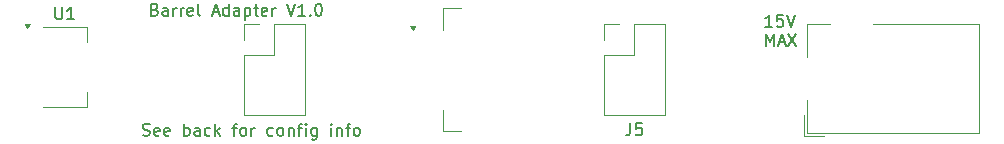
<source format=gbr>
%TF.GenerationSoftware,KiCad,Pcbnew,8.0.4*%
%TF.CreationDate,2024-11-15T14:19:49-05:00*%
%TF.ProjectId,BarrelJackAdapter,42617272-656c-44a6-9163-6b4164617074,rev?*%
%TF.SameCoordinates,Original*%
%TF.FileFunction,Legend,Top*%
%TF.FilePolarity,Positive*%
%FSLAX46Y46*%
G04 Gerber Fmt 4.6, Leading zero omitted, Abs format (unit mm)*
G04 Created by KiCad (PCBNEW 8.0.4) date 2024-11-15 14:19:49*
%MOMM*%
%LPD*%
G01*
G04 APERTURE LIST*
%ADD10C,0.150000*%
%ADD11C,0.120000*%
G04 APERTURE END LIST*
D10*
X114589160Y-76657200D02*
X114732017Y-76704819D01*
X114732017Y-76704819D02*
X114970112Y-76704819D01*
X114970112Y-76704819D02*
X115065350Y-76657200D01*
X115065350Y-76657200D02*
X115112969Y-76609580D01*
X115112969Y-76609580D02*
X115160588Y-76514342D01*
X115160588Y-76514342D02*
X115160588Y-76419104D01*
X115160588Y-76419104D02*
X115112969Y-76323866D01*
X115112969Y-76323866D02*
X115065350Y-76276247D01*
X115065350Y-76276247D02*
X114970112Y-76228628D01*
X114970112Y-76228628D02*
X114779636Y-76181009D01*
X114779636Y-76181009D02*
X114684398Y-76133390D01*
X114684398Y-76133390D02*
X114636779Y-76085771D01*
X114636779Y-76085771D02*
X114589160Y-75990533D01*
X114589160Y-75990533D02*
X114589160Y-75895295D01*
X114589160Y-75895295D02*
X114636779Y-75800057D01*
X114636779Y-75800057D02*
X114684398Y-75752438D01*
X114684398Y-75752438D02*
X114779636Y-75704819D01*
X114779636Y-75704819D02*
X115017731Y-75704819D01*
X115017731Y-75704819D02*
X115160588Y-75752438D01*
X115970112Y-76657200D02*
X115874874Y-76704819D01*
X115874874Y-76704819D02*
X115684398Y-76704819D01*
X115684398Y-76704819D02*
X115589160Y-76657200D01*
X115589160Y-76657200D02*
X115541541Y-76561961D01*
X115541541Y-76561961D02*
X115541541Y-76181009D01*
X115541541Y-76181009D02*
X115589160Y-76085771D01*
X115589160Y-76085771D02*
X115684398Y-76038152D01*
X115684398Y-76038152D02*
X115874874Y-76038152D01*
X115874874Y-76038152D02*
X115970112Y-76085771D01*
X115970112Y-76085771D02*
X116017731Y-76181009D01*
X116017731Y-76181009D02*
X116017731Y-76276247D01*
X116017731Y-76276247D02*
X115541541Y-76371485D01*
X116827255Y-76657200D02*
X116732017Y-76704819D01*
X116732017Y-76704819D02*
X116541541Y-76704819D01*
X116541541Y-76704819D02*
X116446303Y-76657200D01*
X116446303Y-76657200D02*
X116398684Y-76561961D01*
X116398684Y-76561961D02*
X116398684Y-76181009D01*
X116398684Y-76181009D02*
X116446303Y-76085771D01*
X116446303Y-76085771D02*
X116541541Y-76038152D01*
X116541541Y-76038152D02*
X116732017Y-76038152D01*
X116732017Y-76038152D02*
X116827255Y-76085771D01*
X116827255Y-76085771D02*
X116874874Y-76181009D01*
X116874874Y-76181009D02*
X116874874Y-76276247D01*
X116874874Y-76276247D02*
X116398684Y-76371485D01*
X118065351Y-76704819D02*
X118065351Y-75704819D01*
X118065351Y-76085771D02*
X118160589Y-76038152D01*
X118160589Y-76038152D02*
X118351065Y-76038152D01*
X118351065Y-76038152D02*
X118446303Y-76085771D01*
X118446303Y-76085771D02*
X118493922Y-76133390D01*
X118493922Y-76133390D02*
X118541541Y-76228628D01*
X118541541Y-76228628D02*
X118541541Y-76514342D01*
X118541541Y-76514342D02*
X118493922Y-76609580D01*
X118493922Y-76609580D02*
X118446303Y-76657200D01*
X118446303Y-76657200D02*
X118351065Y-76704819D01*
X118351065Y-76704819D02*
X118160589Y-76704819D01*
X118160589Y-76704819D02*
X118065351Y-76657200D01*
X119398684Y-76704819D02*
X119398684Y-76181009D01*
X119398684Y-76181009D02*
X119351065Y-76085771D01*
X119351065Y-76085771D02*
X119255827Y-76038152D01*
X119255827Y-76038152D02*
X119065351Y-76038152D01*
X119065351Y-76038152D02*
X118970113Y-76085771D01*
X119398684Y-76657200D02*
X119303446Y-76704819D01*
X119303446Y-76704819D02*
X119065351Y-76704819D01*
X119065351Y-76704819D02*
X118970113Y-76657200D01*
X118970113Y-76657200D02*
X118922494Y-76561961D01*
X118922494Y-76561961D02*
X118922494Y-76466723D01*
X118922494Y-76466723D02*
X118970113Y-76371485D01*
X118970113Y-76371485D02*
X119065351Y-76323866D01*
X119065351Y-76323866D02*
X119303446Y-76323866D01*
X119303446Y-76323866D02*
X119398684Y-76276247D01*
X120303446Y-76657200D02*
X120208208Y-76704819D01*
X120208208Y-76704819D02*
X120017732Y-76704819D01*
X120017732Y-76704819D02*
X119922494Y-76657200D01*
X119922494Y-76657200D02*
X119874875Y-76609580D01*
X119874875Y-76609580D02*
X119827256Y-76514342D01*
X119827256Y-76514342D02*
X119827256Y-76228628D01*
X119827256Y-76228628D02*
X119874875Y-76133390D01*
X119874875Y-76133390D02*
X119922494Y-76085771D01*
X119922494Y-76085771D02*
X120017732Y-76038152D01*
X120017732Y-76038152D02*
X120208208Y-76038152D01*
X120208208Y-76038152D02*
X120303446Y-76085771D01*
X120732018Y-76704819D02*
X120732018Y-75704819D01*
X120827256Y-76323866D02*
X121112970Y-76704819D01*
X121112970Y-76038152D02*
X120732018Y-76419104D01*
X122160590Y-76038152D02*
X122541542Y-76038152D01*
X122303447Y-76704819D02*
X122303447Y-75847676D01*
X122303447Y-75847676D02*
X122351066Y-75752438D01*
X122351066Y-75752438D02*
X122446304Y-75704819D01*
X122446304Y-75704819D02*
X122541542Y-75704819D01*
X123017733Y-76704819D02*
X122922495Y-76657200D01*
X122922495Y-76657200D02*
X122874876Y-76609580D01*
X122874876Y-76609580D02*
X122827257Y-76514342D01*
X122827257Y-76514342D02*
X122827257Y-76228628D01*
X122827257Y-76228628D02*
X122874876Y-76133390D01*
X122874876Y-76133390D02*
X122922495Y-76085771D01*
X122922495Y-76085771D02*
X123017733Y-76038152D01*
X123017733Y-76038152D02*
X123160590Y-76038152D01*
X123160590Y-76038152D02*
X123255828Y-76085771D01*
X123255828Y-76085771D02*
X123303447Y-76133390D01*
X123303447Y-76133390D02*
X123351066Y-76228628D01*
X123351066Y-76228628D02*
X123351066Y-76514342D01*
X123351066Y-76514342D02*
X123303447Y-76609580D01*
X123303447Y-76609580D02*
X123255828Y-76657200D01*
X123255828Y-76657200D02*
X123160590Y-76704819D01*
X123160590Y-76704819D02*
X123017733Y-76704819D01*
X123779638Y-76704819D02*
X123779638Y-76038152D01*
X123779638Y-76228628D02*
X123827257Y-76133390D01*
X123827257Y-76133390D02*
X123874876Y-76085771D01*
X123874876Y-76085771D02*
X123970114Y-76038152D01*
X123970114Y-76038152D02*
X124065352Y-76038152D01*
X125589162Y-76657200D02*
X125493924Y-76704819D01*
X125493924Y-76704819D02*
X125303448Y-76704819D01*
X125303448Y-76704819D02*
X125208210Y-76657200D01*
X125208210Y-76657200D02*
X125160591Y-76609580D01*
X125160591Y-76609580D02*
X125112972Y-76514342D01*
X125112972Y-76514342D02*
X125112972Y-76228628D01*
X125112972Y-76228628D02*
X125160591Y-76133390D01*
X125160591Y-76133390D02*
X125208210Y-76085771D01*
X125208210Y-76085771D02*
X125303448Y-76038152D01*
X125303448Y-76038152D02*
X125493924Y-76038152D01*
X125493924Y-76038152D02*
X125589162Y-76085771D01*
X126160591Y-76704819D02*
X126065353Y-76657200D01*
X126065353Y-76657200D02*
X126017734Y-76609580D01*
X126017734Y-76609580D02*
X125970115Y-76514342D01*
X125970115Y-76514342D02*
X125970115Y-76228628D01*
X125970115Y-76228628D02*
X126017734Y-76133390D01*
X126017734Y-76133390D02*
X126065353Y-76085771D01*
X126065353Y-76085771D02*
X126160591Y-76038152D01*
X126160591Y-76038152D02*
X126303448Y-76038152D01*
X126303448Y-76038152D02*
X126398686Y-76085771D01*
X126398686Y-76085771D02*
X126446305Y-76133390D01*
X126446305Y-76133390D02*
X126493924Y-76228628D01*
X126493924Y-76228628D02*
X126493924Y-76514342D01*
X126493924Y-76514342D02*
X126446305Y-76609580D01*
X126446305Y-76609580D02*
X126398686Y-76657200D01*
X126398686Y-76657200D02*
X126303448Y-76704819D01*
X126303448Y-76704819D02*
X126160591Y-76704819D01*
X126922496Y-76038152D02*
X126922496Y-76704819D01*
X126922496Y-76133390D02*
X126970115Y-76085771D01*
X126970115Y-76085771D02*
X127065353Y-76038152D01*
X127065353Y-76038152D02*
X127208210Y-76038152D01*
X127208210Y-76038152D02*
X127303448Y-76085771D01*
X127303448Y-76085771D02*
X127351067Y-76181009D01*
X127351067Y-76181009D02*
X127351067Y-76704819D01*
X127684401Y-76038152D02*
X128065353Y-76038152D01*
X127827258Y-76704819D02*
X127827258Y-75847676D01*
X127827258Y-75847676D02*
X127874877Y-75752438D01*
X127874877Y-75752438D02*
X127970115Y-75704819D01*
X127970115Y-75704819D02*
X128065353Y-75704819D01*
X128398687Y-76704819D02*
X128398687Y-76038152D01*
X128398687Y-75704819D02*
X128351068Y-75752438D01*
X128351068Y-75752438D02*
X128398687Y-75800057D01*
X128398687Y-75800057D02*
X128446306Y-75752438D01*
X128446306Y-75752438D02*
X128398687Y-75704819D01*
X128398687Y-75704819D02*
X128398687Y-75800057D01*
X129303448Y-76038152D02*
X129303448Y-76847676D01*
X129303448Y-76847676D02*
X129255829Y-76942914D01*
X129255829Y-76942914D02*
X129208210Y-76990533D01*
X129208210Y-76990533D02*
X129112972Y-77038152D01*
X129112972Y-77038152D02*
X128970115Y-77038152D01*
X128970115Y-77038152D02*
X128874877Y-76990533D01*
X129303448Y-76657200D02*
X129208210Y-76704819D01*
X129208210Y-76704819D02*
X129017734Y-76704819D01*
X129017734Y-76704819D02*
X128922496Y-76657200D01*
X128922496Y-76657200D02*
X128874877Y-76609580D01*
X128874877Y-76609580D02*
X128827258Y-76514342D01*
X128827258Y-76514342D02*
X128827258Y-76228628D01*
X128827258Y-76228628D02*
X128874877Y-76133390D01*
X128874877Y-76133390D02*
X128922496Y-76085771D01*
X128922496Y-76085771D02*
X129017734Y-76038152D01*
X129017734Y-76038152D02*
X129208210Y-76038152D01*
X129208210Y-76038152D02*
X129303448Y-76085771D01*
X130541544Y-76704819D02*
X130541544Y-76038152D01*
X130541544Y-75704819D02*
X130493925Y-75752438D01*
X130493925Y-75752438D02*
X130541544Y-75800057D01*
X130541544Y-75800057D02*
X130589163Y-75752438D01*
X130589163Y-75752438D02*
X130541544Y-75704819D01*
X130541544Y-75704819D02*
X130541544Y-75800057D01*
X131017734Y-76038152D02*
X131017734Y-76704819D01*
X131017734Y-76133390D02*
X131065353Y-76085771D01*
X131065353Y-76085771D02*
X131160591Y-76038152D01*
X131160591Y-76038152D02*
X131303448Y-76038152D01*
X131303448Y-76038152D02*
X131398686Y-76085771D01*
X131398686Y-76085771D02*
X131446305Y-76181009D01*
X131446305Y-76181009D02*
X131446305Y-76704819D01*
X131779639Y-76038152D02*
X132160591Y-76038152D01*
X131922496Y-76704819D02*
X131922496Y-75847676D01*
X131922496Y-75847676D02*
X131970115Y-75752438D01*
X131970115Y-75752438D02*
X132065353Y-75704819D01*
X132065353Y-75704819D02*
X132160591Y-75704819D01*
X132636782Y-76704819D02*
X132541544Y-76657200D01*
X132541544Y-76657200D02*
X132493925Y-76609580D01*
X132493925Y-76609580D02*
X132446306Y-76514342D01*
X132446306Y-76514342D02*
X132446306Y-76228628D01*
X132446306Y-76228628D02*
X132493925Y-76133390D01*
X132493925Y-76133390D02*
X132541544Y-76085771D01*
X132541544Y-76085771D02*
X132636782Y-76038152D01*
X132636782Y-76038152D02*
X132779639Y-76038152D01*
X132779639Y-76038152D02*
X132874877Y-76085771D01*
X132874877Y-76085771D02*
X132922496Y-76133390D01*
X132922496Y-76133390D02*
X132970115Y-76228628D01*
X132970115Y-76228628D02*
X132970115Y-76514342D01*
X132970115Y-76514342D02*
X132922496Y-76609580D01*
X132922496Y-76609580D02*
X132874877Y-76657200D01*
X132874877Y-76657200D02*
X132779639Y-76704819D01*
X132779639Y-76704819D02*
X132636782Y-76704819D01*
X167865588Y-67474875D02*
X167294160Y-67474875D01*
X167579874Y-67474875D02*
X167579874Y-66474875D01*
X167579874Y-66474875D02*
X167484636Y-66617732D01*
X167484636Y-66617732D02*
X167389398Y-66712970D01*
X167389398Y-66712970D02*
X167294160Y-66760589D01*
X168770350Y-66474875D02*
X168294160Y-66474875D01*
X168294160Y-66474875D02*
X168246541Y-66951065D01*
X168246541Y-66951065D02*
X168294160Y-66903446D01*
X168294160Y-66903446D02*
X168389398Y-66855827D01*
X168389398Y-66855827D02*
X168627493Y-66855827D01*
X168627493Y-66855827D02*
X168722731Y-66903446D01*
X168722731Y-66903446D02*
X168770350Y-66951065D01*
X168770350Y-66951065D02*
X168817969Y-67046303D01*
X168817969Y-67046303D02*
X168817969Y-67284398D01*
X168817969Y-67284398D02*
X168770350Y-67379636D01*
X168770350Y-67379636D02*
X168722731Y-67427256D01*
X168722731Y-67427256D02*
X168627493Y-67474875D01*
X168627493Y-67474875D02*
X168389398Y-67474875D01*
X168389398Y-67474875D02*
X168294160Y-67427256D01*
X168294160Y-67427256D02*
X168246541Y-67379636D01*
X169103684Y-66474875D02*
X169437017Y-67474875D01*
X169437017Y-67474875D02*
X169770350Y-66474875D01*
X167341779Y-69084819D02*
X167341779Y-68084819D01*
X167341779Y-68084819D02*
X167675112Y-68799104D01*
X167675112Y-68799104D02*
X168008445Y-68084819D01*
X168008445Y-68084819D02*
X168008445Y-69084819D01*
X168437017Y-68799104D02*
X168913207Y-68799104D01*
X168341779Y-69084819D02*
X168675112Y-68084819D01*
X168675112Y-68084819D02*
X169008445Y-69084819D01*
X169246541Y-68084819D02*
X169913207Y-69084819D01*
X169913207Y-68084819D02*
X169246541Y-69084819D01*
X115605112Y-66021009D02*
X115747969Y-66068628D01*
X115747969Y-66068628D02*
X115795588Y-66116247D01*
X115795588Y-66116247D02*
X115843207Y-66211485D01*
X115843207Y-66211485D02*
X115843207Y-66354342D01*
X115843207Y-66354342D02*
X115795588Y-66449580D01*
X115795588Y-66449580D02*
X115747969Y-66497200D01*
X115747969Y-66497200D02*
X115652731Y-66544819D01*
X115652731Y-66544819D02*
X115271779Y-66544819D01*
X115271779Y-66544819D02*
X115271779Y-65544819D01*
X115271779Y-65544819D02*
X115605112Y-65544819D01*
X115605112Y-65544819D02*
X115700350Y-65592438D01*
X115700350Y-65592438D02*
X115747969Y-65640057D01*
X115747969Y-65640057D02*
X115795588Y-65735295D01*
X115795588Y-65735295D02*
X115795588Y-65830533D01*
X115795588Y-65830533D02*
X115747969Y-65925771D01*
X115747969Y-65925771D02*
X115700350Y-65973390D01*
X115700350Y-65973390D02*
X115605112Y-66021009D01*
X115605112Y-66021009D02*
X115271779Y-66021009D01*
X116700350Y-66544819D02*
X116700350Y-66021009D01*
X116700350Y-66021009D02*
X116652731Y-65925771D01*
X116652731Y-65925771D02*
X116557493Y-65878152D01*
X116557493Y-65878152D02*
X116367017Y-65878152D01*
X116367017Y-65878152D02*
X116271779Y-65925771D01*
X116700350Y-66497200D02*
X116605112Y-66544819D01*
X116605112Y-66544819D02*
X116367017Y-66544819D01*
X116367017Y-66544819D02*
X116271779Y-66497200D01*
X116271779Y-66497200D02*
X116224160Y-66401961D01*
X116224160Y-66401961D02*
X116224160Y-66306723D01*
X116224160Y-66306723D02*
X116271779Y-66211485D01*
X116271779Y-66211485D02*
X116367017Y-66163866D01*
X116367017Y-66163866D02*
X116605112Y-66163866D01*
X116605112Y-66163866D02*
X116700350Y-66116247D01*
X117176541Y-66544819D02*
X117176541Y-65878152D01*
X117176541Y-66068628D02*
X117224160Y-65973390D01*
X117224160Y-65973390D02*
X117271779Y-65925771D01*
X117271779Y-65925771D02*
X117367017Y-65878152D01*
X117367017Y-65878152D02*
X117462255Y-65878152D01*
X117795589Y-66544819D02*
X117795589Y-65878152D01*
X117795589Y-66068628D02*
X117843208Y-65973390D01*
X117843208Y-65973390D02*
X117890827Y-65925771D01*
X117890827Y-65925771D02*
X117986065Y-65878152D01*
X117986065Y-65878152D02*
X118081303Y-65878152D01*
X118795589Y-66497200D02*
X118700351Y-66544819D01*
X118700351Y-66544819D02*
X118509875Y-66544819D01*
X118509875Y-66544819D02*
X118414637Y-66497200D01*
X118414637Y-66497200D02*
X118367018Y-66401961D01*
X118367018Y-66401961D02*
X118367018Y-66021009D01*
X118367018Y-66021009D02*
X118414637Y-65925771D01*
X118414637Y-65925771D02*
X118509875Y-65878152D01*
X118509875Y-65878152D02*
X118700351Y-65878152D01*
X118700351Y-65878152D02*
X118795589Y-65925771D01*
X118795589Y-65925771D02*
X118843208Y-66021009D01*
X118843208Y-66021009D02*
X118843208Y-66116247D01*
X118843208Y-66116247D02*
X118367018Y-66211485D01*
X119414637Y-66544819D02*
X119319399Y-66497200D01*
X119319399Y-66497200D02*
X119271780Y-66401961D01*
X119271780Y-66401961D02*
X119271780Y-65544819D01*
X120509876Y-66259104D02*
X120986066Y-66259104D01*
X120414638Y-66544819D02*
X120747971Y-65544819D01*
X120747971Y-65544819D02*
X121081304Y-66544819D01*
X121843209Y-66544819D02*
X121843209Y-65544819D01*
X121843209Y-66497200D02*
X121747971Y-66544819D01*
X121747971Y-66544819D02*
X121557495Y-66544819D01*
X121557495Y-66544819D02*
X121462257Y-66497200D01*
X121462257Y-66497200D02*
X121414638Y-66449580D01*
X121414638Y-66449580D02*
X121367019Y-66354342D01*
X121367019Y-66354342D02*
X121367019Y-66068628D01*
X121367019Y-66068628D02*
X121414638Y-65973390D01*
X121414638Y-65973390D02*
X121462257Y-65925771D01*
X121462257Y-65925771D02*
X121557495Y-65878152D01*
X121557495Y-65878152D02*
X121747971Y-65878152D01*
X121747971Y-65878152D02*
X121843209Y-65925771D01*
X122747971Y-66544819D02*
X122747971Y-66021009D01*
X122747971Y-66021009D02*
X122700352Y-65925771D01*
X122700352Y-65925771D02*
X122605114Y-65878152D01*
X122605114Y-65878152D02*
X122414638Y-65878152D01*
X122414638Y-65878152D02*
X122319400Y-65925771D01*
X122747971Y-66497200D02*
X122652733Y-66544819D01*
X122652733Y-66544819D02*
X122414638Y-66544819D01*
X122414638Y-66544819D02*
X122319400Y-66497200D01*
X122319400Y-66497200D02*
X122271781Y-66401961D01*
X122271781Y-66401961D02*
X122271781Y-66306723D01*
X122271781Y-66306723D02*
X122319400Y-66211485D01*
X122319400Y-66211485D02*
X122414638Y-66163866D01*
X122414638Y-66163866D02*
X122652733Y-66163866D01*
X122652733Y-66163866D02*
X122747971Y-66116247D01*
X123224162Y-65878152D02*
X123224162Y-66878152D01*
X123224162Y-65925771D02*
X123319400Y-65878152D01*
X123319400Y-65878152D02*
X123509876Y-65878152D01*
X123509876Y-65878152D02*
X123605114Y-65925771D01*
X123605114Y-65925771D02*
X123652733Y-65973390D01*
X123652733Y-65973390D02*
X123700352Y-66068628D01*
X123700352Y-66068628D02*
X123700352Y-66354342D01*
X123700352Y-66354342D02*
X123652733Y-66449580D01*
X123652733Y-66449580D02*
X123605114Y-66497200D01*
X123605114Y-66497200D02*
X123509876Y-66544819D01*
X123509876Y-66544819D02*
X123319400Y-66544819D01*
X123319400Y-66544819D02*
X123224162Y-66497200D01*
X123986067Y-65878152D02*
X124367019Y-65878152D01*
X124128924Y-65544819D02*
X124128924Y-66401961D01*
X124128924Y-66401961D02*
X124176543Y-66497200D01*
X124176543Y-66497200D02*
X124271781Y-66544819D01*
X124271781Y-66544819D02*
X124367019Y-66544819D01*
X125081305Y-66497200D02*
X124986067Y-66544819D01*
X124986067Y-66544819D02*
X124795591Y-66544819D01*
X124795591Y-66544819D02*
X124700353Y-66497200D01*
X124700353Y-66497200D02*
X124652734Y-66401961D01*
X124652734Y-66401961D02*
X124652734Y-66021009D01*
X124652734Y-66021009D02*
X124700353Y-65925771D01*
X124700353Y-65925771D02*
X124795591Y-65878152D01*
X124795591Y-65878152D02*
X124986067Y-65878152D01*
X124986067Y-65878152D02*
X125081305Y-65925771D01*
X125081305Y-65925771D02*
X125128924Y-66021009D01*
X125128924Y-66021009D02*
X125128924Y-66116247D01*
X125128924Y-66116247D02*
X124652734Y-66211485D01*
X125557496Y-66544819D02*
X125557496Y-65878152D01*
X125557496Y-66068628D02*
X125605115Y-65973390D01*
X125605115Y-65973390D02*
X125652734Y-65925771D01*
X125652734Y-65925771D02*
X125747972Y-65878152D01*
X125747972Y-65878152D02*
X125843210Y-65878152D01*
X126795592Y-65544819D02*
X127128925Y-66544819D01*
X127128925Y-66544819D02*
X127462258Y-65544819D01*
X128319401Y-66544819D02*
X127747973Y-66544819D01*
X128033687Y-66544819D02*
X128033687Y-65544819D01*
X128033687Y-65544819D02*
X127938449Y-65687676D01*
X127938449Y-65687676D02*
X127843211Y-65782914D01*
X127843211Y-65782914D02*
X127747973Y-65830533D01*
X128747973Y-66449580D02*
X128795592Y-66497200D01*
X128795592Y-66497200D02*
X128747973Y-66544819D01*
X128747973Y-66544819D02*
X128700354Y-66497200D01*
X128700354Y-66497200D02*
X128747973Y-66449580D01*
X128747973Y-66449580D02*
X128747973Y-66544819D01*
X129414639Y-65544819D02*
X129509877Y-65544819D01*
X129509877Y-65544819D02*
X129605115Y-65592438D01*
X129605115Y-65592438D02*
X129652734Y-65640057D01*
X129652734Y-65640057D02*
X129700353Y-65735295D01*
X129700353Y-65735295D02*
X129747972Y-65925771D01*
X129747972Y-65925771D02*
X129747972Y-66163866D01*
X129747972Y-66163866D02*
X129700353Y-66354342D01*
X129700353Y-66354342D02*
X129652734Y-66449580D01*
X129652734Y-66449580D02*
X129605115Y-66497200D01*
X129605115Y-66497200D02*
X129509877Y-66544819D01*
X129509877Y-66544819D02*
X129414639Y-66544819D01*
X129414639Y-66544819D02*
X129319401Y-66497200D01*
X129319401Y-66497200D02*
X129271782Y-66449580D01*
X129271782Y-66449580D02*
X129224163Y-66354342D01*
X129224163Y-66354342D02*
X129176544Y-66163866D01*
X129176544Y-66163866D02*
X129176544Y-65925771D01*
X129176544Y-65925771D02*
X129224163Y-65735295D01*
X129224163Y-65735295D02*
X129271782Y-65640057D01*
X129271782Y-65640057D02*
X129319401Y-65592438D01*
X129319401Y-65592438D02*
X129414639Y-65544819D01*
X155876666Y-75654819D02*
X155876666Y-76369104D01*
X155876666Y-76369104D02*
X155829047Y-76511961D01*
X155829047Y-76511961D02*
X155733809Y-76607200D01*
X155733809Y-76607200D02*
X155590952Y-76654819D01*
X155590952Y-76654819D02*
X155495714Y-76654819D01*
X156829047Y-75654819D02*
X156352857Y-75654819D01*
X156352857Y-75654819D02*
X156305238Y-76131009D01*
X156305238Y-76131009D02*
X156352857Y-76083390D01*
X156352857Y-76083390D02*
X156448095Y-76035771D01*
X156448095Y-76035771D02*
X156686190Y-76035771D01*
X156686190Y-76035771D02*
X156781428Y-76083390D01*
X156781428Y-76083390D02*
X156829047Y-76131009D01*
X156829047Y-76131009D02*
X156876666Y-76226247D01*
X156876666Y-76226247D02*
X156876666Y-76464342D01*
X156876666Y-76464342D02*
X156829047Y-76559580D01*
X156829047Y-76559580D02*
X156781428Y-76607200D01*
X156781428Y-76607200D02*
X156686190Y-76654819D01*
X156686190Y-76654819D02*
X156448095Y-76654819D01*
X156448095Y-76654819D02*
X156352857Y-76607200D01*
X156352857Y-76607200D02*
X156305238Y-76559580D01*
X107188095Y-65834819D02*
X107188095Y-66644342D01*
X107188095Y-66644342D02*
X107235714Y-66739580D01*
X107235714Y-66739580D02*
X107283333Y-66787200D01*
X107283333Y-66787200D02*
X107378571Y-66834819D01*
X107378571Y-66834819D02*
X107569047Y-66834819D01*
X107569047Y-66834819D02*
X107664285Y-66787200D01*
X107664285Y-66787200D02*
X107711904Y-66739580D01*
X107711904Y-66739580D02*
X107759523Y-66644342D01*
X107759523Y-66644342D02*
X107759523Y-65834819D01*
X108759523Y-66834819D02*
X108188095Y-66834819D01*
X108473809Y-66834819D02*
X108473809Y-65834819D01*
X108473809Y-65834819D02*
X108378571Y-65977676D01*
X108378571Y-65977676D02*
X108283333Y-66072914D01*
X108283333Y-66072914D02*
X108188095Y-66120533D01*
D11*
%TO.C,J3*%
X123130000Y-67250000D02*
X124460000Y-67250000D01*
X123130000Y-68580000D02*
X123130000Y-67250000D01*
X123130000Y-69850000D02*
X123130000Y-74990000D01*
X123130000Y-69850000D02*
X125730000Y-69850000D01*
X123130000Y-74990000D02*
X128330000Y-74990000D01*
X125730000Y-67250000D02*
X128330000Y-67250000D01*
X125730000Y-69850000D02*
X125730000Y-67250000D01*
X128330000Y-67250000D02*
X128330000Y-74990000D01*
%TO.C,J5*%
X153610000Y-67250000D02*
X154940000Y-67250000D01*
X153610000Y-68580000D02*
X153610000Y-67250000D01*
X153610000Y-69850000D02*
X153610000Y-74990000D01*
X153610000Y-69850000D02*
X156210000Y-69850000D01*
X153610000Y-74990000D02*
X158810000Y-74990000D01*
X156210000Y-67250000D02*
X158810000Y-67250000D01*
X156210000Y-69850000D02*
X156210000Y-67250000D01*
X158810000Y-67250000D02*
X158810000Y-74990000D01*
%TO.C,U1*%
X106100000Y-67470000D02*
X109860000Y-67470000D01*
X106100000Y-74290000D02*
X109860000Y-74290000D01*
X109860000Y-67470000D02*
X109860000Y-68730000D01*
X109860000Y-74290000D02*
X109860000Y-73030000D01*
X104820000Y-67570000D02*
X104580000Y-67240000D01*
X105060000Y-67240000D01*
X104820000Y-67570000D01*
G36*
X104820000Y-67570000D02*
G01*
X104580000Y-67240000D01*
X105060000Y-67240000D01*
X104820000Y-67570000D01*
G37*
%TO.C,U2*%
X139985000Y-65920000D02*
X139985000Y-67730000D01*
X139985000Y-76320000D02*
X139985000Y-74510000D01*
X141485000Y-65920000D02*
X139985000Y-65920000D01*
X141485000Y-76320000D02*
X139985000Y-76320000D01*
X137422500Y-67730000D02*
X137182500Y-67400000D01*
X137662500Y-67400000D01*
X137422500Y-67730000D01*
G36*
X137422500Y-67730000D02*
G01*
X137182500Y-67400000D01*
X137662500Y-67400000D01*
X137422500Y-67730000D01*
G37*
%TO.C,J1*%
X170560000Y-76710000D02*
X170560000Y-74970000D01*
X170800000Y-67270000D02*
X172800000Y-67270000D01*
X170800000Y-70070000D02*
X170800000Y-67270000D01*
X170800000Y-76470000D02*
X170800000Y-73670000D01*
X172300000Y-76710000D02*
X170560000Y-76710000D01*
X176400000Y-67270000D02*
X185400000Y-67270000D01*
X185400000Y-67270000D02*
X185400000Y-76470000D01*
X185400000Y-76470000D02*
X170800000Y-76470000D01*
%TD*%
M02*

</source>
